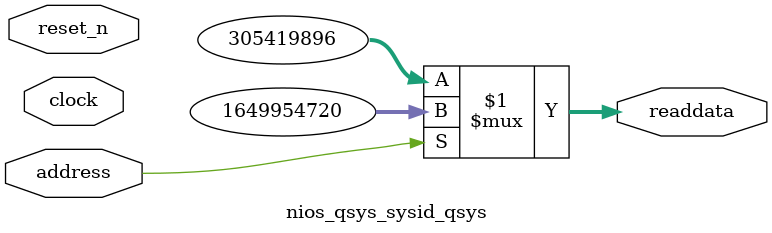
<source format=v>



// synthesis translate_off
`timescale 1ns / 1ps
// synthesis translate_on

// turn off superfluous verilog processor warnings 
// altera message_level Level1 
// altera message_off 10034 10035 10036 10037 10230 10240 10030 

module nios_qsys_sysid_qsys (
               // inputs:
                address,
                clock,
                reset_n,

               // outputs:
                readdata
             )
;

  output  [ 31: 0] readdata;
  input            address;
  input            clock;
  input            reset_n;

  wire    [ 31: 0] readdata;
  //control_slave, which is an e_avalon_slave
  assign readdata = address ? 1649954720 : 305419896;

endmodule



</source>
